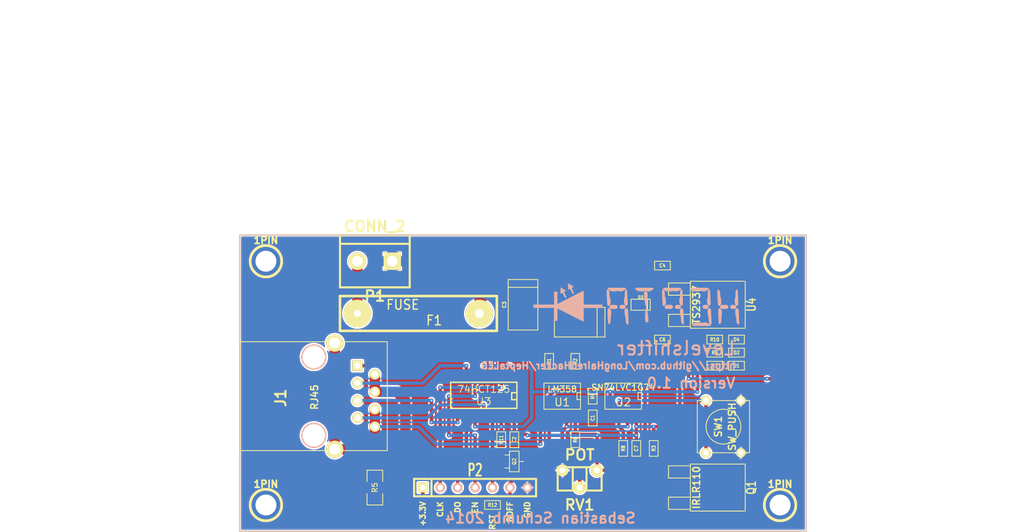
<source format=kicad_pcb>
(kicad_pcb (version 3) (host pcbnew "(2013-may-18)-stable")
  (layers (15 F.Cu signal) (0 B.Cu signal) (18 B.Paste user) (19 F.Paste user) (20 B.SilkS user) (21 F.SilkS user) (22 B.Mask user) (23 F.Mask user) (28 Edge.Cuts user))
  (net 0 "")
  (net 1 +24V)
  (net 2 +3.3V)
  (net 3 +5V)
  (net 4 3.3_Clock)
  (net 5 3.3_Data_Out)
  (net 6 3.3_Enable)
  (net 7 3.3_Reset)
  (net 8 BusOff)
  (net 9 Clock)
  (net 10 Data_Out)
  (net 11 Enable)
  (net 12 GND)
  (net 13 N-0000010)
  (net 14 N-0000011)
  (net 15 N-0000012)
  (net 16 N-0000013)
  (net 17 N-0000016)
  (net 18 N-0000018)
  (net 19 N-0000020)
  (net 20 N-0000022)
  (net 21 N-0000023)
  (net 22 N-0000024)
  (net 23 N-0000027)
  (net 24 N-0000028)
  (net 25 PowerOn)
  (net 26 Reset)
  (net 27 Sense)
  (net 28 Shutdown)
  (module trimmer_piher_pt6xh (layer F.Cu) (at 168.275 80.01)
    (fp_text reference RV1 (at 0 3.79984) (layer F.SilkS) (effects (font (size 1.524 1.524) (thickness 0.3048))))
    (fp_text value POT (at 0 -3.50012) (layer F.SilkS) (effects (font (size 1.524 1.524) (thickness 0.3048))))
    (pad 1 thru_hole circle (at 2.49936 -1.24968) (size 1.75006 1.75006) (drill 0.89916) (layers *.Cu *.Mask F.SilkS) (net 3 +5V))
    (pad 2 thru_hole circle (at 0 1.24968) (size 1.75006 1.75006) (drill 0.89916) (layers *.Cu *.Mask F.SilkS) (net 15 N-0000012))
    (pad 3 thru_hole circle (at -2.49936 -1.24968) (size 1.75006 1.75006) (drill 0.89916) (layers *.Cu *.Mask F.SilkS) (net 12 GND))
  )
  (module SW_PUSH_SMALL (layer F.Cu) (at 189.23 72.39 90)
    (fp_text reference SW1 (at 0 -0.762 90) (layer F.SilkS) (effects (font (size 1.016 1.016) (thickness 0.2032))))
    (fp_text value SW_PUSH (at 0 1.27 90) (layer F.SilkS) (effects (font (size 1.016 1.016) (thickness 0.2032))))
    (pad 1 thru_hole circle (at 3.81 -2.54 90) (size 1.397 1.397) (drill 0.8128) (layers *.Cu *.Mask F.SilkS) (net 22 N-0000024))
    (pad 2 thru_hole circle (at 3.81 2.54 90) (size 1.397 1.397) (drill 0.8128) (layers *.Cu *.Mask F.SilkS) (net 12 GND))
    (pad 1 thru_hole circle (at -3.81 -2.54 90) (size 1.397 1.397) (drill 0.8128) (layers *.Cu *.Mask F.SilkS) (net 22 N-0000024))
    (pad 2 thru_hole circle (at -3.81 2.54 90) (size 1.397 1.397) (drill 0.8128) (layers *.Cu *.Mask F.SilkS) (net 12 GND))
  )
  (module sot23 (layer F.Cu) (at 158.75 77.47 270)
    (fp_text reference Q2 (at 0 0 270) (layer F.SilkS) (effects (font (size 0.50038 0.50038) (thickness 0.09906))))
    (fp_text value NDS355 hide)
    (pad 1 smd rect (at -0.9525 1.05664 270) (size 0.59944 1.00076) (layers F.Cu F.Paste F.Mask) (net 18 N-0000018))
    (pad 2 smd rect (at 0 -1.05664 270) (size 0.59944 1.00076) (layers F.Cu F.Paste F.Mask) (net 17 N-0000016))
    (pad 3 smd rect (at 0.9525 1.05664 270) (size 0.59944 1.00076) (layers F.Cu F.Paste F.Mask) (net 12 GND))
  )
  (module sod123 (layer F.Cu) (at 177.165 54.61)
    (fp_text reference D3 (at 0 -1.09982) (layer F.SilkS) (effects (font (size 0.39878 0.39878) (thickness 0.09906))))
    (fp_text value BAT42W hide)
    (pad 2 smd rect (at 1.67386 0) (size 0.8509 0.8509) (layers F.Cu F.Paste F.Mask) (net 1 +24V))
    (pad 1 smd rect (at -1.67386 0) (size 0.8509 0.8509) (layers F.Cu F.Paste F.Mask) (net 3 +5V))
  )
  (module SO8E (layer F.Cu) (at 174.625 67.945 180)
    (fp_text reference U2 (at 0 -0.889 180) (layer F.SilkS) (effects (font (size 1.143 1.143) (thickness 0.1524))))
    (fp_text value SN74LVC1G74 (at 0 1.27 180) (layer F.SilkS) (effects (font (size 0.889 0.889) (thickness 0.1524))))
    (pad 8 smd rect (at -1.905 -2.667 180) (size 0.59944 1.39954) (layers F.Cu F.Paste F.Mask) (net 3 +5V))
    (pad 1 smd rect (at -1.905 2.667 180) (size 0.59944 1.39954) (layers F.Cu F.Paste F.Mask) (net 12 GND))
    (pad 7 smd rect (at -0.635 -2.667 180) (size 0.59944 1.39954) (layers F.Cu F.Paste F.Mask) (net 28 Shutdown))
    (pad 6 smd rect (at 0.635 -2.667 180) (size 0.59944 1.39954) (layers F.Cu F.Paste F.Mask) (net 22 N-0000024))
    (pad 5 smd rect (at 1.905 -2.667 180) (size 0.59944 1.39954) (layers F.Cu F.Paste F.Mask) (net 8 BusOff))
    (pad 2 smd rect (at -0.635 2.667 180) (size 0.59944 1.39954) (layers F.Cu F.Paste F.Mask) (net 12 GND))
    (pad 3 smd rect (at 0.635 2.667 180) (size 0.59944 1.39954) (layers F.Cu F.Paste F.Mask) (net 25 PowerOn))
    (pad 4 smd rect (at 1.905 2.667 180) (size 0.59944 1.39954) (layers F.Cu F.Paste F.Mask) (net 12 GND))
  )
  (module SO8E (layer F.Cu) (at 165.735 67.945 180)
    (fp_text reference U1 (at 0 -0.889 180) (layer F.SilkS) (effects (font (size 1.143 1.143) (thickness 0.1524))))
    (fp_text value LM358 (at 0 1.016 180) (layer F.SilkS) (effects (font (size 0.889 0.889) (thickness 0.1524))))
    (pad 8 smd rect (at -1.905 -2.667 180) (size 0.59944 1.39954) (layers F.Cu F.Paste F.Mask) (net 3 +5V))
    (pad 1 smd rect (at -1.905 2.667 180) (size 0.59944 1.39954) (layers F.Cu F.Paste F.Mask) (net 21 N-0000023))
    (pad 7 smd rect (at -0.635 -2.667 180) (size 0.59944 1.39954) (layers F.Cu F.Paste F.Mask) (net 28 Shutdown))
    (pad 6 smd rect (at 0.635 -2.667 180) (size 0.59944 1.39954) (layers F.Cu F.Paste F.Mask) (net 20 N-0000022))
    (pad 5 smd rect (at 1.905 -2.667 180) (size 0.59944 1.39954) (layers F.Cu F.Paste F.Mask) (net 15 N-0000012))
    (pad 2 smd rect (at -0.635 2.667 180) (size 0.59944 1.39954) (layers F.Cu F.Paste F.Mask) (net 16 N-0000013))
    (pad 3 smd rect (at 0.635 2.667 180) (size 0.59944 1.39954) (layers F.Cu F.Paste F.Mask) (net 27 Sense))
    (pad 4 smd rect (at 1.905 2.667 180) (size 0.59944 1.39954) (layers F.Cu F.Paste F.Mask) (net 12 GND))
  )
  (module SM1206 (layer F.Cu) (at 138.43 81.28 270)
    (fp_text reference R5 (at 0 0 270) (layer F.SilkS) (effects (font (size 0.762 0.762) (thickness 0.127))))
    (fp_text value 0.05 hide)
    (pad 1 smd rect (at -1.651 0 270) (size 1.524 2.032) (layers F.Cu F.Paste F.Mask) (net 27 Sense))
    (pad 2 smd rect (at 1.651 0 270) (size 1.524 2.032) (layers F.Cu F.Paste F.Mask) (net 12 GND))
  )
  (module SM0603 (layer F.Cu) (at 191.135 63.5)
    (fp_text reference D1 (at 0 0) (layer F.SilkS) (effects (font (size 0.508 0.4572) (thickness 0.1143))))
    (fp_text value LED hide)
    (pad 1 smd rect (at -0.762 0) (size 0.635 1.143) (layers F.Cu F.Paste F.Mask) (net 19 N-0000020))
    (pad 2 smd rect (at 0.762 0) (size 0.635 1.143) (layers F.Cu F.Paste F.Mask) (net 12 GND))
  )
  (module SM0603 (layer F.Cu) (at 174.625 75.565 270)
    (fp_text reference R8 (at 0 0 270) (layer F.SilkS) (effects (font (size 0.508 0.4572) (thickness 0.1143))))
    (fp_text value 1k hide)
    (pad 1 smd rect (at -0.762 0 270) (size 0.635 1.143) (layers F.Cu F.Paste F.Mask) (net 22 N-0000024))
    (pad 2 smd rect (at 0.762 0 270) (size 0.635 1.143) (layers F.Cu F.Paste F.Mask) (net 3 +5V))
  )
  (module SM0603 (layer F.Cu) (at 167.64 74.295 270)
    (fp_text reference R6 (at 0 0 270) (layer F.SilkS) (effects (font (size 0.508 0.4572) (thickness 0.1143))))
    (fp_text value 1k hide)
    (pad 1 smd rect (at -0.762 0 270) (size 0.635 1.143) (layers F.Cu F.Paste F.Mask) (net 3 +5V))
    (pad 2 smd rect (at 0.762 0 270) (size 0.635 1.143) (layers F.Cu F.Paste F.Mask) (net 28 Shutdown))
  )
  (module SM0603 (layer F.Cu) (at 179.07 75.565 270)
    (fp_text reference R3 (at 0 0 270) (layer F.SilkS) (effects (font (size 0.508 0.4572) (thickness 0.1143))))
    (fp_text value 1k hide)
    (pad 1 smd rect (at -0.762 0 270) (size 0.635 1.143) (layers F.Cu F.Paste F.Mask) (net 3 +5V))
    (pad 2 smd rect (at 0.762 0 270) (size 0.635 1.143) (layers F.Cu F.Paste F.Mask) (net 25 PowerOn))
  )
  (module SM0603 (layer F.Cu) (at 187.96 63.5)
    (fp_text reference R7 (at 0 0) (layer F.SilkS) (effects (font (size 0.508 0.4572) (thickness 0.1143))))
    (fp_text value 1k hide)
    (pad 1 smd rect (at -0.762 0) (size 0.635 1.143) (layers F.Cu F.Paste F.Mask) (net 8 BusOff))
    (pad 2 smd rect (at 0.762 0) (size 0.635 1.143) (layers F.Cu F.Paste F.Mask) (net 19 N-0000020))
  )
  (module SM0603 (layer F.Cu) (at 167.64 62.865 270)
    (fp_text reference R2 (at 0 0 270) (layer F.SilkS) (effects (font (size 0.508 0.4572) (thickness 0.1143))))
    (fp_text value 90k hide)
    (pad 1 smd rect (at -0.762 0 270) (size 0.635 1.143) (layers F.Cu F.Paste F.Mask) (net 16 N-0000013))
    (pad 2 smd rect (at 0.762 0 270) (size 0.635 1.143) (layers F.Cu F.Paste F.Mask) (net 21 N-0000023))
  )
  (module SM0603 (layer F.Cu) (at 158.75 74.295 270)
    (fp_text reference C2 (at 0 0 270) (layer F.SilkS) (effects (font (size 0.508 0.4572) (thickness 0.1143))))
    (fp_text value 100nf hide)
    (pad 1 smd rect (at -0.762 0 270) (size 0.635 1.143) (layers F.Cu F.Paste F.Mask) (net 3 +5V))
    (pad 2 smd rect (at 0.762 0 270) (size 0.635 1.143) (layers F.Cu F.Paste F.Mask) (net 12 GND))
  )
  (module SM0603 (layer F.Cu) (at 170.18 67.945 270)
    (fp_text reference R4 (at 0 0 270) (layer F.SilkS) (effects (font (size 0.508 0.4572) (thickness 0.1143))))
    (fp_text value 100k hide)
    (pad 1 smd rect (at -0.762 0 270) (size 0.635 1.143) (layers F.Cu F.Paste F.Mask) (net 21 N-0000023))
    (pad 2 smd rect (at 0.762 0 270) (size 0.635 1.143) (layers F.Cu F.Paste F.Mask) (net 20 N-0000022))
  )
  (module SM0603 (layer F.Cu) (at 170.18 71.12 270)
    (fp_text reference C1 (at 0 0 270) (layer F.SilkS) (effects (font (size 0.508 0.4572) (thickness 0.1143))))
    (fp_text value 100n hide)
    (pad 1 smd rect (at -0.762 0 270) (size 0.635 1.143) (layers F.Cu F.Paste F.Mask) (net 20 N-0000022))
    (pad 2 smd rect (at 0.762 0 270) (size 0.635 1.143) (layers F.Cu F.Paste F.Mask) (net 12 GND))
  )
  (module SM0603 (layer F.Cu) (at 176.53 75.565 270)
    (fp_text reference C7 (at 0 0 270) (layer F.SilkS) (effects (font (size 0.508 0.4572) (thickness 0.1143))))
    (fp_text value 100nf hide)
    (pad 1 smd rect (at -0.762 0 270) (size 0.635 1.143) (layers F.Cu F.Paste F.Mask) (net 3 +5V))
    (pad 2 smd rect (at 0.762 0 270) (size 0.635 1.143) (layers F.Cu F.Paste F.Mask) (net 12 GND))
  )
  (module SM0603 (layer F.Cu) (at 155.575 83.82)
    (fp_text reference R12 (at 0 0) (layer F.SilkS) (effects (font (size 0.508 0.4572) (thickness 0.1143))))
    (fp_text value 1k hide)
    (pad 1 smd rect (at -0.762 0) (size 0.635 1.143) (layers F.Cu F.Paste F.Mask) (net 2 +3.3V))
    (pad 2 smd rect (at 0.762 0) (size 0.635 1.143) (layers F.Cu F.Paste F.Mask) (net 17 N-0000016))
  )
  (module SM0603 (layer F.Cu) (at 156.845 74.295 270)
    (fp_text reference R11 (at 0 0 270) (layer F.SilkS) (effects (font (size 0.508 0.4572) (thickness 0.1143))))
    (fp_text value 1k hide)
    (pad 1 smd rect (at -0.762 0 270) (size 0.635 1.143) (layers F.Cu F.Paste F.Mask) (net 8 BusOff))
    (pad 2 smd rect (at 0.762 0 270) (size 0.635 1.143) (layers F.Cu F.Paste F.Mask) (net 18 N-0000018))
  )
  (module SM0603 (layer F.Cu) (at 180.34 48.895 180)
    (fp_text reference C4 (at 0 0 180) (layer F.SilkS) (effects (font (size 0.508 0.4572) (thickness 0.1143))))
    (fp_text value 100nF hide)
    (pad 1 smd rect (at -0.762 0 180) (size 0.635 1.143) (layers F.Cu F.Paste F.Mask) (net 1 +24V))
    (pad 2 smd rect (at 0.762 0 180) (size 0.635 1.143) (layers F.Cu F.Paste F.Mask) (net 12 GND))
  )
  (module SM0603 (layer F.Cu) (at 163.83 62.865 270)
    (fp_text reference R1 (at 0 0 270) (layer F.SilkS) (effects (font (size 0.508 0.4572) (thickness 0.1143))))
    (fp_text value 10k hide)
    (pad 1 smd rect (at -0.762 0 270) (size 0.635 1.143) (layers F.Cu F.Paste F.Mask) (net 16 N-0000013))
    (pad 2 smd rect (at 0.762 0 270) (size 0.635 1.143) (layers F.Cu F.Paste F.Mask) (net 12 GND))
  )
  (module SM0603 (layer F.Cu) (at 191.135 61.595)
    (fp_text reference D2 (at 0 0) (layer F.SilkS) (effects (font (size 0.508 0.4572) (thickness 0.1143))))
    (fp_text value LED hide)
    (pad 1 smd rect (at -0.762 0) (size 0.635 1.143) (layers F.Cu F.Paste F.Mask) (net 24 N-0000028))
    (pad 2 smd rect (at 0.762 0) (size 0.635 1.143) (layers F.Cu F.Paste F.Mask) (net 12 GND))
  )
  (module SM0603 (layer F.Cu) (at 187.96 61.595)
    (fp_text reference R9 (at 0 0) (layer F.SilkS) (effects (font (size 0.508 0.4572) (thickness 0.1143))))
    (fp_text value 1k hide)
    (pad 1 smd rect (at -0.762 0) (size 0.635 1.143) (layers F.Cu F.Paste F.Mask) (net 1 +24V))
    (pad 2 smd rect (at 0.762 0) (size 0.635 1.143) (layers F.Cu F.Paste F.Mask) (net 24 N-0000028))
  )
  (module SM0603 (layer F.Cu) (at 191.135 59.69)
    (fp_text reference D4 (at 0 0) (layer F.SilkS) (effects (font (size 0.508 0.4572) (thickness 0.1143))))
    (fp_text value LED hide)
    (pad 1 smd rect (at -0.762 0) (size 0.635 1.143) (layers F.Cu F.Paste F.Mask) (net 14 N-0000011))
    (pad 2 smd rect (at 0.762 0) (size 0.635 1.143) (layers F.Cu F.Paste F.Mask) (net 12 GND))
  )
  (module SM0603 (layer F.Cu) (at 187.96 59.69)
    (fp_text reference R10 (at 0 0) (layer F.SilkS) (effects (font (size 0.508 0.4572) (thickness 0.1143))))
    (fp_text value 1k hide)
    (pad 1 smd rect (at -0.762 0) (size 0.635 1.143) (layers F.Cu F.Paste F.Mask) (net 3 +5V))
    (pad 2 smd rect (at 0.762 0) (size 0.635 1.143) (layers F.Cu F.Paste F.Mask) (net 14 N-0000011))
  )
  (module SM0603 (layer F.Cu) (at 180.34 59.69 180)
    (fp_text reference C6 (at 0 0 180) (layer F.SilkS) (effects (font (size 0.508 0.4572) (thickness 0.1143))))
    (fp_text value 100nF hide)
    (pad 1 smd rect (at -0.762 0 180) (size 0.635 1.143) (layers F.Cu F.Paste F.Mask) (net 3 +5V))
    (pad 2 smd rect (at 0.762 0 180) (size 0.635 1.143) (layers F.Cu F.Paste F.Mask) (net 12 GND))
  )
  (module RJ45_MEBP_8-8G (layer F.Cu) (at 129.54 67.945 270)
    (fp_text reference J1 (at 0.254 4.826 270) (layer F.SilkS) (effects (font (size 1.524 1.524) (thickness 0.3048))))
    (fp_text value RJ45 (at 0.14224 -0.1016 270) (layer F.SilkS) (effects (font (size 1.00076 1.00076) (thickness 0.2032))))
    (pad "" np_thru_hole circle (at 5.715 0 270) (size 3.64998 3.64998) (drill 3.2512) (layers *.Cu *.SilkS *.Mask))
    (pad "" np_thru_hole circle (at -5.715 0 270) (size 3.64998 3.64998) (drill 3.2512) (layers *.Cu *.SilkS *.Mask))
    (pad 1 thru_hole rect (at -4.445 -6.35 270) (size 1.50114 1.50114) (drill 0.89916) (layers *.Cu *.Mask F.SilkS) (net 9 Clock))
    (pad 2 thru_hole circle (at -3.175 -8.89 270) (size 1.50114 1.50114) (drill 0.89916) (layers *.Cu *.Mask F.SilkS) (net 23 N-0000027))
    (pad 3 thru_hole circle (at -1.905 -6.35 270) (size 1.50114 1.50114) (drill 0.89916) (layers *.Cu *.Mask F.SilkS) (net 11 Enable))
    (pad 4 thru_hole circle (at -0.635 -8.89 270) (size 1.50114 1.50114) (drill 0.89916) (layers *.Cu *.Mask F.SilkS) (net 23 N-0000027))
    (pad 5 thru_hole circle (at 0.635 -6.35 270) (size 1.50114 1.50114) (drill 0.89916) (layers *.Cu *.Mask F.SilkS) (net 10 Data_Out))
    (pad 6 thru_hole circle (at 1.905 -8.89 270) (size 1.50114 1.50114) (drill 0.89916) (layers *.Cu *.Mask F.SilkS) (net 27 Sense))
    (pad 7 thru_hole circle (at 3.175 -6.35 270) (size 1.50114 1.50114) (drill 0.89916) (layers *.Cu *.Mask F.SilkS) (net 26 Reset))
    (pad 8 thru_hole circle (at 4.445 -8.89 270) (size 1.50114 1.50114) (drill 0.89916) (layers *.Cu *.Mask F.SilkS) (net 27 Sense))
    (pad 9 thru_hole circle (at -7.745 -3.05 270) (size 2.5 2.5) (drill 1.6) (layers *.Cu *.Mask F.SilkS) (net 27 Sense))
    (pad 10 thru_hole circle (at 7.747 -3.05 270) (size 2.5 2.5) (drill 1.6) (layers *.Cu *.Mask F.SilkS) (net 27 Sense))
  )
  (module fuse1 (layer F.Cu) (at 144.78 55.88)
    (fp_text reference F1 (at 2.286 1.016) (layer F.SilkS) (effects (font (size 1.397 1.27) (thickness 0.2032))))
    (fp_text value FUSE (at -2.286 -1.27) (layer F.SilkS) (effects (font (size 1.397 1.27) (thickness 0.2032))))
    (pad 1 thru_hole circle (at -8.89 0) (size 4.0005 4.0005) (drill 1.00076) (layers *.Cu *.Mask F.SilkS) (net 13 N-0000010))
    (pad 2 thru_hole circle (at 8.89 0) (size 4.0005 4.0005) (drill 1.27) (layers *.Cu *.Mask F.SilkS) (net 1 +24V))
  )
  (module DPAK2 (layer F.Cu) (at 182.88 54.61 270)
    (fp_text reference U4 (at 0 -10.414 270) (layer F.SilkS) (effects (font (size 1.27 1.016) (thickness 0.2032))))
    (fp_text value TS2937 (at 0 -2.413 270) (layer F.SilkS) (effects (font (size 1.016 1.016) (thickness 0.2032))))
    (pad 1 smd rect (at -2.286 0 270) (size 1.651 3.048) (layers F.Cu F.Paste F.Mask) (net 1 +24V))
    (pad 2 smd rect (at 0 -6.35 270) (size 6.096 6.096) (layers F.Cu F.Paste F.Mask) (net 12 GND))
    (pad 3 smd rect (at 2.286 0 270) (size 1.651 3.048) (layers F.Cu F.Paste F.Mask) (net 3 +5V))
  )
  (module c_tant_D (layer F.Cu) (at 168.275 57.15)
    (fp_text reference C5 (at 0 -2.7305) (layer F.SilkS) (effects (font (size 0.50038 0.50038) (thickness 0.11938))))
    (fp_text value 10uF hide)
    (pad 1 smd rect (at 2.99974 0) (size 2.55016 2.70002) (layers F.Cu F.Paste F.Mask) (net 3 +5V))
    (pad 2 smd rect (at -2.99974 0) (size 2.55016 3.79984) (layers F.Cu F.Paste F.Mask) (net 12 GND))
  )
  (module c_tant_D (layer F.Cu) (at 160.02 54.61 90)
    (fp_text reference C3 (at 0 -2.7305 90) (layer F.SilkS) (effects (font (size 0.50038 0.50038) (thickness 0.11938))))
    (fp_text value 10uF hide)
    (pad 1 smd rect (at 2.99974 0 90) (size 2.55016 2.70002) (layers F.Cu F.Paste F.Mask) (net 1 +24V))
    (pad 2 smd rect (at -2.99974 0 90) (size 2.55016 3.79984) (layers F.Cu F.Paste F.Mask) (net 12 GND))
  )
  (module bornier2 (layer F.Cu) (at 138.43 48.26 180)
    (fp_text reference P1 (at 0 -5.08 180) (layer F.SilkS) (effects (font (size 1.524 1.524) (thickness 0.3048))))
    (fp_text value CONN_2 (at 0 5.08 180) (layer F.SilkS) (effects (font (size 1.524 1.524) (thickness 0.3048))))
    (pad 1 thru_hole rect (at -2.54 0 180) (size 2.54 2.54) (drill 1.524) (layers *.Cu *.Mask F.SilkS) (net 12 GND))
    (pad 2 thru_hole circle (at 2.54 0 180) (size 2.54 2.54) (drill 1.524) (layers *.Cu *.Mask F.SilkS) (net 13 N-0000010))
  )
  (module SO14E (layer F.Cu) (at 154.305 67.945 180)
    (fp_text reference U3 (at 0 -0.762 180) (layer F.SilkS) (effects (font (size 1.016 1.143) (thickness 0.127))))
    (fp_text value 74HCT125 (at 0 1.016 180) (layer F.SilkS) (effects (font (size 1.016 1.016) (thickness 0.127))))
    (pad 1 smd rect (at -3.81 2.794 180) (size 0.508 1.143) (layers F.Cu F.Paste F.Mask) (net 8 BusOff))
    (pad 2 smd rect (at -2.54 2.794 180) (size 0.508 1.143) (layers F.Cu F.Paste F.Mask) (net 4 3.3_Clock))
    (pad 3 smd rect (at -1.27 2.794 180) (size 0.508 1.143) (layers F.Cu F.Paste F.Mask) (net 9 Clock))
    (pad 4 smd rect (at 0 2.794 180) (size 0.508 1.143) (layers F.Cu F.Paste F.Mask) (net 8 BusOff))
    (pad 5 smd rect (at 1.27 2.794 180) (size 0.508 1.143) (layers F.Cu F.Paste F.Mask) (net 6 3.3_Enable))
    (pad 6 smd rect (at 2.54 2.794 180) (size 0.508 1.143) (layers F.Cu F.Paste F.Mask) (net 11 Enable))
    (pad 7 smd rect (at 3.81 2.794 180) (size 0.508 1.143) (layers F.Cu F.Paste F.Mask) (net 12 GND))
    (pad 8 smd rect (at 3.81 -2.54 180) (size 0.508 1.143) (layers F.Cu F.Paste F.Mask) (net 10 Data_Out))
    (pad 9 smd rect (at 2.54 -2.54 180) (size 0.508 1.143) (layers F.Cu F.Paste F.Mask) (net 5 3.3_Data_Out))
    (pad 10 smd rect (at 1.27 -2.54 180) (size 0.508 1.143) (layers F.Cu F.Paste F.Mask) (net 8 BusOff))
    (pad 11 smd rect (at 0 -2.54 180) (size 0.508 1.143) (layers F.Cu F.Paste F.Mask) (net 26 Reset))
    (pad 12 smd rect (at -1.27 -2.54 180) (size 0.508 1.143) (layers F.Cu F.Paste F.Mask) (net 7 3.3_Reset))
    (pad 13 smd rect (at -2.54 -2.54 180) (size 0.508 1.143) (layers F.Cu F.Paste F.Mask) (net 8 BusOff))
    (pad 14 smd rect (at -3.81 -2.54 180) (size 0.508 1.143) (layers F.Cu F.Paste F.Mask) (net 3 +5V))
  )
  (module DPAK2 (layer F.Cu) (at 182.88 81.28 270)
    (fp_text reference Q1 (at 0 -10.414 270) (layer F.SilkS) (effects (font (size 1.27 1.016) (thickness 0.2032))))
    (fp_text value IRLR110 (at 0 -2.413 270) (layer F.SilkS) (effects (font (size 1.016 1.016) (thickness 0.2032))))
    (pad 1 smd rect (at -2.286 0 270) (size 1.651 3.048) (layers F.Cu F.Paste F.Mask) (net 25 PowerOn))
    (pad 2 smd rect (at 0 -6.35 270) (size 6.096 6.096) (layers F.Cu F.Paste F.Mask) (net 1 +24V))
    (pad 3 smd rect (at 2.286 0 270) (size 1.651 3.048) (layers F.Cu F.Paste F.Mask) (net 23 N-0000027))
  )
  (module SIL-7 (layer F.Cu) (at 153.035 81.28)
    (fp_text reference P2 (at 0 -2.54) (layer F.SilkS) (effects (font (size 1.72974 1.08712) (thickness 0.3048))))
    (fp_text value CONN_7 hide)
    (pad 1 thru_hole rect (at -7.62 0) (size 1.397 1.397) (drill 0.8128) (layers *.Cu *.Mask F.SilkS) (net 2 +3.3V))
    (pad 2 thru_hole circle (at -5.08 0) (size 1.397 1.397) (drill 0.8128) (layers *.Cu *.SilkS *.Mask) (net 4 3.3_Clock))
    (pad 3 thru_hole circle (at -2.54 0) (size 1.397 1.397) (drill 0.8128) (layers *.Cu *.SilkS *.Mask) (net 5 3.3_Data_Out))
    (pad 4 thru_hole circle (at 0 0) (size 1.397 1.397) (drill 0.8128) (layers *.Cu *.SilkS *.Mask) (net 6 3.3_Enable))
    (pad 5 thru_hole circle (at 2.54 0) (size 1.397 1.397) (drill 0.8128) (layers *.Cu *.SilkS *.Mask) (net 7 3.3_Reset))
    (pad 6 thru_hole circle (at 5.08 0) (size 1.397 1.397) (drill 0.8128) (layers *.Cu *.SilkS *.Mask) (net 17 N-0000016))
    (pad 7 thru_hole circle (at 7.62 0) (size 1.397 1.397) (drill 0.8128) (layers *.Cu *.SilkS *.Mask) (net 12 GND))
  )
  (module 1pin (layer F.Cu) (at 122.555 48.26)
    (fp_text reference 1PIN (at 0 -3.048) (layer F.SilkS) (effects (font (size 1.016 1.016) (thickness 0.254))))
    (fp_text value P*** hide)
    (pad 1 thru_hole circle (at 0 0) (size 4.5 4.5) (drill 3.048) (layers *.Cu *.Mask))
  )
  (module 1pin (layer F.Cu) (at 197.485 48.26)
    (fp_text reference 1PIN (at 0 -3.048) (layer F.SilkS) (effects (font (size 1.016 1.016) (thickness 0.254))))
    (fp_text value P*** hide)
    (pad 1 thru_hole circle (at 0 0) (size 4.5 4.5) (drill 3.048) (layers *.Cu *.Mask))
  )
  (module 1pin (layer F.Cu) (at 197.485 83.82)
    (fp_text reference 1PIN (at 0 -3.048) (layer F.SilkS) (effects (font (size 1.016 1.016) (thickness 0.254))))
    (fp_text value P*** hide)
    (pad 1 thru_hole circle (at 0 0) (size 4.5 4.5) (drill 3.048) (layers *.Cu *.Mask))
  )
  (module 1pin (layer F.Cu) (at 122.555 83.82)
    (fp_text reference 1PIN (at 0 -3.048) (layer F.SilkS) (effects (font (size 1.016 1.016) (thickness 0.254))))
    (fp_text value P*** hide)
    (pad 1 thru_hole circle (at 0 0) (size 4.5 4.5) (drill 3.048) (layers *.Cu *.Mask))
  )
  (module logo_silkbot_30_00mm (layer B.Cu) (at 176.53 54.61)
    (fp_text reference G*** hide)
    (fp_text value logo_silkbot_30_00mm hide)
  )
  (gr_text "Sebastian Schumb 2014" (at 162.56 85.725) (layer B.SilkS) (effects (font (size 1.5 1.5) (thickness 0.3)) (justify mirror)))
  (gr_text "Version 1.0" (at 191.135 66.04) (layer B.SilkS) (effects (font (size 1.5 1.5) (thickness 0.3)) (justify left mirror)))
  (gr_text Levelshifter (at 191.135 60.96) (layer B.SilkS) (effects (font (size 2 2) (thickness 0.3)) (justify left mirror)))
  (gr_text https://github.com/LongHairedHacker/HeptaLED (at 191.135 63.5) (layer B.SilkS) (effects (font (size 1 1) (thickness 0.25)) (justify left mirror)))
  (gr_line (start 118.745 87.63) (end 118.745 44.45) (angle 90) (layer B.SilkS) (width 0.2))
  (gr_line (start 201.295 87.63) (end 118.745 87.63) (angle 90) (layer B.SilkS) (width 0.2))
  (gr_line (start 201.295 44.45) (end 201.295 87.63) (angle 90) (layer B.SilkS) (width 0.2))
  (gr_line (start 118.745 44.45) (end 201.295 44.45) (angle 90) (layer B.SilkS) (width 0.2))
  (gr_line (start 118.745 44.45) (end 118.745 87.63) (angle 90) (layer F.SilkS) (width 0.2))
  (gr_line (start 201.295 44.45) (end 118.745 44.45) (angle 90) (layer F.SilkS) (width 0.2))
  (gr_line (start 201.295 87.63) (end 201.295 44.45) (angle 90) (layer F.SilkS) (width 0.2))
  (gr_line (start 118.745 87.63) (end 201.295 87.63) (angle 90) (layer F.SilkS) (width 0.2))
  (gr_text GND (at 160.655 83.185 90) (layer F.SilkS) (effects (font (size 0.8 0.8) (thickness 0.2)) (justify right)))
  (gr_text BOFF (at 158.115 83.185 90) (layer F.SilkS) (effects (font (size 0.8 0.8) (thickness 0.2)) (justify right)))
  (gr_text RST (at 155.575 85.09 90) (layer F.SilkS) (effects (font (size 0.8 0.8) (thickness 0.2)) (justify right)))
  (gr_text EN (at 153.035 83.185 90) (layer F.SilkS) (effects (font (size 0.8 0.9) (thickness 0.2)) (justify right)))
  (gr_text DO (at 150.495 83.185 90) (layer F.SilkS) (effects (font (size 0.8 0.8) (thickness 0.2)) (justify right)))
  (gr_text CLK (at 147.955 83.185 90) (layer F.SilkS) (effects (font (size 0.8 0.8) (thickness 0.2)) (justify right)))
  (gr_text +3.3V (at 145.415 83.185 90) (layer F.SilkS) (effects (font (size 0.8 0.8) (thickness 0.2)) (justify right)))
  (gr_line (start 118.745 87.63) (end 201.295 87.63) (angle 90) (layer Edge.Cuts) (width 0.1))
  (gr_line (start 118.745 44.45) (end 201.295 44.45) (angle 90) (layer Edge.Cuts) (width 0.1))
  (gr_line (start 201.295 44.45) (end 201.295 87.63) (angle 90) (layer Edge.Cuts) (width 0.1))
  (gr_line (start 201.295 87.63) (end 201.295 74.93) (angle 90) (layer Edge.Cuts) (width 0.1))
  (gr_line (start 118.745 44.45) (end 118.745 87.63) (angle 90) (layer Edge.Cuts) (width 0.1))
  (target plus (at 233.045 10.16) (size 0.005) (width 0.1) (layer Edge.Cuts))
  (target plus (at 233.045 10.16) (size 0.005) (width 0.1) (layer Edge.Cuts))
  (segment (start 181.102 48.895) (end 182.88 48.895) (width 0.5) (layer F.Cu) (net 1))
  (segment (start 160.02 51.61026) (end 156.03474 51.61026) (width 1.5) (layer F.Cu) (net 1))
  (segment (start 153.67 53.975) (end 155.575 52.07) (width 1.5) (layer F.Cu) (net 1))
  (segment (start 153.67 53.975) (end 153.67 55.88) (width 1.5) (layer F.Cu) (net 1))
  (segment (start 156.03474 51.61026) (end 155.575 52.07) (width 1.5) (layer F.Cu) (net 1))
  (via (at 184.15 65.405) (size 0.6) (drill 0.2) (layers F.Cu B.Cu) (net 1))
  (segment (start 195.58 65.405) (end 184.15 65.405) (width 0.5) (layer B.Cu) (net 1))
  (segment (start 195.58 65.405) (end 195.58 65.405) (width 0.5) (layer F.Cu) (net 1))
  (segment (start 197.485 65.405) (end 195.58 65.405) (width 0.5) (layer F.Cu) (net 1))
  (via (at 195.58 65.405) (size 0.6) (drill 0.2) (layers F.Cu B.Cu) (net 1))
  (segment (start 185.42 61.595) (end 187.198 61.595) (width 0.5) (layer F.Cu) (net 1))
  (segment (start 184.15 62.865) (end 185.42 61.595) (width 0.5) (layer F.Cu) (net 1))
  (segment (start 184.15 62.865) (end 184.15 62.865) (width 0.5) (layer F.Cu) (net 1))
  (segment (start 184.15 65.405) (end 184.15 62.865) (width 0.5) (layer F.Cu) (net 1))
  (segment (start 197.485 53.975) (end 192.405 48.895) (width 1.5) (layer F.Cu) (net 1))
  (segment (start 193.675 81.28) (end 197.485 77.47) (width 1.5) (layer F.Cu) (net 1))
  (segment (start 189.23 81.28) (end 193.675 81.28) (width 1.5) (layer F.Cu) (net 1))
  (segment (start 197.485 53.975) (end 197.485 65.405) (width 1.5) (layer F.Cu) (net 1))
  (segment (start 197.485 65.405) (end 197.485 77.47) (width 1.5) (layer F.Cu) (net 1))
  (segment (start 182.88 50.165) (end 182.88 49.53) (width 1.5) (layer F.Cu) (net 1))
  (segment (start 182.88 49.53) (end 182.88 48.895) (width 1.5) (layer F.Cu) (net 1))
  (segment (start 182.88 50.165) (end 182.88 52.324) (width 1.5) (layer F.Cu) (net 1))
  (segment (start 192.405 48.895) (end 182.88 48.895) (width 1.5) (layer F.Cu) (net 1))
  (segment (start 178.83886 52.324) (end 178.12512 51.61026) (width 1.5) (layer F.Cu) (net 1))
  (segment (start 178.12512 51.61026) (end 160.02 51.61026) (width 1.5) (layer F.Cu) (net 1))
  (segment (start 178.83886 54.61) (end 178.83886 52.324) (width 0.5) (layer F.Cu) (net 1))
  (segment (start 179.07 52.705) (end 179.07 52.324) (width 0.5) (layer F.Cu) (net 1))
  (segment (start 179.07 52.55514) (end 179.07 52.705) (width 0.5) (layer F.Cu) (net 1))
  (segment (start 178.83886 52.324) (end 179.07 52.55514) (width 0.5) (layer F.Cu) (net 1))
  (segment (start 179.07 52.324) (end 182.88 52.324) (width 1.5) (layer F.Cu) (net 1))
  (segment (start 145.415 81.28) (end 145.415 83.185) (width 0.5) (layer F.Cu) (net 2))
  (segment (start 146.05 83.82) (end 145.415 83.185) (width 0.5) (layer F.Cu) (net 2))
  (segment (start 146.05 83.82) (end 154.813 83.82) (width 0.5) (layer F.Cu) (net 2))
  (segment (start 170.815 73.66) (end 160.655 73.66) (width 0.5) (layer B.Cu) (net 3))
  (segment (start 160.655 73.66) (end 160.528 73.533) (width 0.5) (layer F.Cu) (net 3))
  (segment (start 160.528 73.533) (end 158.75 73.533) (width 0.5) (layer F.Cu) (net 3))
  (via (at 160.655 73.66) (size 0.6) (drill 0.2) (layers F.Cu B.Cu) (net 3))
  (segment (start 174.625 76.327) (end 174.625 77.47) (width 0.5) (layer F.Cu) (net 3))
  (segment (start 170.79468 78.74) (end 173.355 78.74) (width 0.5) (layer F.Cu) (net 3))
  (segment (start 173.355 78.74) (end 174.625 77.47) (width 0.5) (layer F.Cu) (net 3))
  (segment (start 170.79468 78.74) (end 170.77436 78.76032) (width 0.5) (layer F.Cu) (net 3))
  (via (at 176.53 73.66) (size 0.6) (drill 0.2) (layers F.Cu B.Cu) (net 3))
  (via (at 170.815 73.66) (size 0.6) (drill 0.2) (layers F.Cu B.Cu) (net 3))
  (segment (start 170.815 73.66) (end 176.53 73.66) (width 0.5) (layer B.Cu) (net 3))
  (segment (start 176.53 74.803) (end 176.53 73.66) (width 0.5) (layer F.Cu) (net 3))
  (segment (start 176.53 73.66) (end 176.53 72.39) (width 0.5) (layer F.Cu) (net 3))
  (segment (start 170.815 73.66) (end 170.688 73.533) (width 0.5) (layer F.Cu) (net 3))
  (segment (start 170.815 78.71968) (end 170.815 74.295) (width 0.5) (layer F.Cu) (net 3))
  (segment (start 170.815 74.295) (end 170.815 73.66) (width 0.5) (layer F.Cu) (net 3))
  (segment (start 170.77436 78.76032) (end 170.815 78.71968) (width 0.5) (layer F.Cu) (net 3))
  (segment (start 170.688 73.533) (end 167.64 73.533) (width 0.5) (layer F.Cu) (net 3))
  (segment (start 158.115 70.485) (end 158.115 71.12) (width 0.5) (layer F.Cu) (net 3))
  (segment (start 158.75 71.755) (end 158.75 73.533) (width 0.5) (layer F.Cu) (net 3))
  (segment (start 158.115 71.12) (end 158.75 71.755) (width 0.5) (layer F.Cu) (net 3))
  (segment (start 182.88 59.69) (end 187.198 59.69) (width 0.5) (layer F.Cu) (net 3))
  (segment (start 179.07 72.39) (end 182.245 72.39) (width 0.5) (layer F.Cu) (net 3))
  (segment (start 182.245 72.39) (end 182.88 71.755) (width 0.5) (layer F.Cu) (net 3))
  (via (at 179.07 72.39) (size 0.6) (drill 0.2) (layers F.Cu B.Cu) (net 3))
  (via (at 176.53 72.39) (size 0.6) (drill 0.2) (layers F.Cu B.Cu) (net 3))
  (segment (start 176.53 72.39) (end 179.07 72.39) (width 0.5) (layer B.Cu) (net 3))
  (segment (start 179.07 72.39) (end 179.07 74.803) (width 0.5) (layer F.Cu) (net 3))
  (segment (start 182.88 71.755) (end 182.88 71.755) (width 0.5) (layer F.Cu) (net 3))
  (segment (start 182.88 71.755) (end 182.88 59.69) (width 0.5) (layer F.Cu) (net 3))
  (segment (start 181.102 59.69) (end 182.88 59.69) (width 0.5) (layer F.Cu) (net 3))
  (segment (start 182.88 56.896) (end 182.88 59.69) (width 0.5) (layer F.Cu) (net 3))
  (segment (start 175.49114 54.61) (end 175.49114 57.15) (width 0.5) (layer F.Cu) (net 3))
  (segment (start 175.49114 57.15) (end 175.26 57.15) (width 0.5) (layer F.Cu) (net 3))
  (segment (start 182.88 56.896) (end 178.054 56.896) (width 1.5) (layer F.Cu) (net 3))
  (segment (start 177.8 57.15) (end 175.26 57.15) (width 1.5) (layer F.Cu) (net 3))
  (segment (start 175.26 57.15) (end 171.27474 57.15) (width 1.5) (layer F.Cu) (net 3))
  (segment (start 178.054 56.896) (end 177.8 57.15) (width 1.5) (layer F.Cu) (net 3))
  (segment (start 167.64 73.533) (end 167.64 72.39) (width 0.5) (layer F.Cu) (net 3))
  (segment (start 167.64 72.39) (end 167.64 70.612) (width 0.5) (layer F.Cu) (net 3))
  (segment (start 176.53 70.612) (end 176.53 72.39) (width 0.5) (layer F.Cu) (net 3))
  (via (at 156.845 66.675) (size 0.6) (drill 0.2) (layers F.Cu B.Cu) (net 4))
  (segment (start 147.955 66.675) (end 156.845 66.675) (width 0.5) (layer B.Cu) (net 4))
  (segment (start 147.955 81.28) (end 147.955 66.675) (width 0.5) (layer F.Cu) (net 4))
  (via (at 147.955 66.675) (size 0.6) (drill 0.2) (layers F.Cu B.Cu) (net 4))
  (segment (start 156.845 66.675) (end 156.845 65.151) (width 0.5) (layer F.Cu) (net 4))
  (segment (start 151.765 70.485) (end 151.765 78.105) (width 0.5) (layer F.Cu) (net 5))
  (segment (start 150.495 79.375) (end 150.495 81.28) (width 0.5) (layer F.Cu) (net 5))
  (segment (start 151.765 78.105) (end 150.495 79.375) (width 0.5) (layer F.Cu) (net 5))
  (via (at 153.035 67.945) (size 0.6) (drill 0.2) (layers F.Cu B.Cu) (net 6))
  (segment (start 149.225 67.945) (end 153.035 67.945) (width 0.5) (layer B.Cu) (net 6))
  (via (at 149.225 73.66) (size 0.6) (drill 0.2) (layers F.Cu B.Cu) (net 6))
  (segment (start 153.035 73.66) (end 149.225 73.66) (width 0.5) (layer B.Cu) (net 6))
  (segment (start 153.035 81.28) (end 153.035 73.66) (width 0.5) (layer F.Cu) (net 6))
  (via (at 153.035 73.66) (size 0.6) (drill 0.2) (layers F.Cu B.Cu) (net 6))
  (segment (start 149.225 73.66) (end 149.225 67.945) (width 0.5) (layer F.Cu) (net 6))
  (via (at 149.225 67.945) (size 0.6) (drill 0.2) (layers F.Cu B.Cu) (net 6))
  (segment (start 153.035 67.945) (end 153.035 65.151) (width 0.5) (layer F.Cu) (net 6))
  (segment (start 155.575 81.28) (end 155.575 70.485) (width 0.5) (layer F.Cu) (net 7))
  (segment (start 172.72 67.31) (end 161.925 67.31) (width 0.5) (layer B.Cu) (net 8))
  (segment (start 161.925 67.31) (end 161.29 67.31) (width 0.5) (layer B.Cu) (net 8))
  (segment (start 156.845 72.39) (end 156.845 73.533) (width 0.5) (layer F.Cu) (net 8))
  (via (at 185.42 67.31) (size 0.6) (drill 0.2) (layers F.Cu B.Cu) (net 8))
  (segment (start 176.53 67.31) (end 184.15 67.31) (width 0.5) (layer B.Cu) (net 8))
  (segment (start 173.99 67.31) (end 176.53 67.31) (width 0.5) (layer B.Cu) (net 8))
  (segment (start 172.72 67.31) (end 173.99 67.31) (width 0.5) (layer B.Cu) (net 8))
  (segment (start 184.785 67.31) (end 185.42 67.31) (width 0.5) (layer B.Cu) (net 8))
  (segment (start 184.15 67.31) (end 184.785 67.31) (width 0.5) (layer B.Cu) (net 8))
  (segment (start 185.42 64.135) (end 185.42 67.31) (width 0.5) (layer F.Cu) (net 8))
  (segment (start 185.42 64.135) (end 186.055 63.5) (width 0.5) (layer F.Cu) (net 8))
  (segment (start 186.055 63.5) (end 187.198 63.5) (width 0.5) (layer F.Cu) (net 8))
  (via (at 153.035 72.39) (size 0.6) (drill 0.2) (layers F.Cu B.Cu) (net 8))
  (segment (start 156.845 72.39) (end 153.035 72.39) (width 0.5) (layer B.Cu) (net 8))
  (segment (start 153.035 72.39) (end 153.035 70.485) (width 0.5) (layer F.Cu) (net 8))
  (segment (start 161.29 67.31) (end 161.29 64.135) (width 0.5) (layer B.Cu) (net 8))
  (segment (start 160.02 63.5) (end 158.115 63.5) (width 0.5) (layer B.Cu) (net 8))
  (segment (start 160.655 63.5) (end 161.29 64.135) (width 0.5) (layer B.Cu) (net 8))
  (segment (start 160.02 63.5) (end 160.655 63.5) (width 0.5) (layer B.Cu) (net 8))
  (segment (start 161.29 71.12) (end 161.29 67.31) (width 0.5) (layer B.Cu) (net 8))
  (segment (start 161.29 71.12) (end 160.02 72.39) (width 0.5) (layer B.Cu) (net 8))
  (segment (start 160.02 72.39) (end 156.845 72.39) (width 0.5) (layer B.Cu) (net 8))
  (via (at 156.845 72.39) (size 0.6) (drill 0.2) (layers F.Cu B.Cu) (net 8))
  (via (at 154.305 63.5) (size 0.6) (drill 0.2) (layers F.Cu B.Cu) (net 8))
  (segment (start 154.305 63.5) (end 158.115 63.5) (width 0.5) (layer B.Cu) (net 8))
  (segment (start 154.305 65.151) (end 154.305 63.5) (width 0.5) (layer F.Cu) (net 8))
  (segment (start 158.115 63.5) (end 158.115 65.151) (width 0.5) (layer F.Cu) (net 8))
  (via (at 158.115 63.5) (size 0.6) (drill 0.2) (layers F.Cu B.Cu) (net 8))
  (segment (start 172.72 70.612) (end 172.72 67.31) (width 0.5) (layer F.Cu) (net 8))
  (via (at 172.72 67.31) (size 0.6) (drill 0.2) (layers F.Cu B.Cu) (net 8))
  (segment (start 156.845 72.39) (end 156.845 70.485) (width 0.5) (layer F.Cu) (net 8))
  (segment (start 135.89 63.5) (end 139.065 63.5) (width 0.5) (layer F.Cu) (net 9))
  (segment (start 147.32 62.23) (end 154.94 62.23) (width 0.5) (layer F.Cu) (net 9))
  (segment (start 144.78 64.77) (end 147.32 62.23) (width 0.5) (layer F.Cu) (net 9))
  (segment (start 140.97 64.77) (end 144.78 64.77) (width 0.5) (layer F.Cu) (net 9))
  (segment (start 154.94 62.23) (end 155.575 62.865) (width 0.5) (layer F.Cu) (net 9))
  (segment (start 155.575 62.865) (end 155.575 65.151) (width 0.5) (layer F.Cu) (net 9))
  (segment (start 139.7 63.5) (end 140.97 64.77) (width 0.5) (layer F.Cu) (net 9))
  (segment (start 139.065 63.5) (end 139.7 63.5) (width 0.5) (layer F.Cu) (net 9))
  (segment (start 135.89 68.58) (end 146.685 68.58) (width 0.5) (layer B.Cu) (net 10))
  (segment (start 150.495 71.755) (end 150.495 70.485) (width 0.5) (layer F.Cu) (net 10))
  (via (at 146.685 71.755) (size 0.6) (drill 0.2) (layers F.Cu B.Cu) (net 10))
  (segment (start 146.685 68.58) (end 146.685 71.755) (width 0.5) (layer F.Cu) (net 10))
  (via (at 146.685 68.58) (size 0.6) (drill 0.2) (layers F.Cu B.Cu) (net 10))
  (segment (start 146.685 71.755) (end 150.495 71.755) (width 0.5) (layer B.Cu) (net 10))
  (via (at 150.495 71.755) (size 0.6) (drill 0.2) (layers F.Cu B.Cu) (net 10))
  (via (at 151.765 63.5) (size 0.6) (drill 0.2) (layers F.Cu B.Cu) (net 11))
  (segment (start 151.765 65.151) (end 151.765 63.5) (width 0.5) (layer F.Cu) (net 11))
  (segment (start 145.415 66.04) (end 147.955 63.5) (width 0.5) (layer B.Cu) (net 11))
  (segment (start 147.955 63.5) (end 151.765 63.5) (width 0.5) (layer B.Cu) (net 11))
  (segment (start 141.605 66.04) (end 135.89 66.04) (width 0.5) (layer B.Cu) (net 11))
  (segment (start 141.605 66.04) (end 145.415 66.04) (width 0.5) (layer B.Cu) (net 11))
  (segment (start 163.83 65.278) (end 163.83 63.627) (width 0.5) (layer F.Cu) (net 12))
  (segment (start 135.89 48.26) (end 135.89 55.88) (width 1.5) (layer F.Cu) (net 13))
  (segment (start 188.722 59.69) (end 190.373 59.69) (width 0.5) (layer F.Cu) (net 14))
  (segment (start 168.275 81.25968) (end 168.275 77.47) (width 0.5) (layer F.Cu) (net 15))
  (segment (start 163.83 74.295) (end 165.735 76.2) (width 0.5) (layer F.Cu) (net 15))
  (segment (start 165.735 76.2) (end 167.005 76.2) (width 0.5) (layer F.Cu) (net 15))
  (segment (start 167.005 76.2) (end 168.275 77.47) (width 0.5) (layer F.Cu) (net 15))
  (segment (start 163.83 74.295) (end 163.83 70.612) (width 0.5) (layer F.Cu) (net 15))
  (segment (start 166.37 65.278) (end 166.37 63.5) (width 0.5) (layer F.Cu) (net 16))
  (segment (start 165.735 62.865) (end 165.735 62.103) (width 0.5) (layer F.Cu) (net 16))
  (segment (start 166.37 63.5) (end 165.735 62.865) (width 0.5) (layer F.Cu) (net 16))
  (segment (start 163.83 62.103) (end 165.735 62.103) (width 0.5) (layer F.Cu) (net 16))
  (segment (start 165.735 62.103) (end 167.64 62.103) (width 0.5) (layer F.Cu) (net 16))
  (segment (start 159.80664 77.47) (end 159.80664 78.95336) (width 0.5) (layer F.Cu) (net 17))
  (segment (start 158.115 80.645) (end 159.385 79.375) (width 0.5) (layer F.Cu) (net 17))
  (segment (start 158.115 80.645) (end 158.115 81.28) (width 0.5) (layer F.Cu) (net 17))
  (segment (start 159.80664 78.95336) (end 159.385 79.375) (width 0.5) (layer F.Cu) (net 17))
  (segment (start 158.115 81.28) (end 158.115 83.185) (width 0.5) (layer F.Cu) (net 17))
  (segment (start 158.115 83.82) (end 156.337 83.82) (width 0.5) (layer F.Cu) (net 17))
  (segment (start 158.115 83.185) (end 158.115 83.82) (width 0.5) (layer F.Cu) (net 17))
  (segment (start 157.69336 76.5175) (end 157.1625 76.5175) (width 0.5) (layer F.Cu) (net 18))
  (segment (start 156.845 76.2) (end 156.845 75.057) (width 0.5) (layer F.Cu) (net 18))
  (segment (start 157.1625 76.5175) (end 156.845 76.2) (width 0.5) (layer F.Cu) (net 18))
  (segment (start 188.722 63.5) (end 190.373 63.5) (width 0.5) (layer F.Cu) (net 19))
  (segment (start 170.18 68.707) (end 165.608 68.707) (width 0.5) (layer F.Cu) (net 20))
  (segment (start 165.1 69.215) (end 165.1 70.612) (width 0.5) (layer F.Cu) (net 20))
  (segment (start 165.608 68.707) (end 165.1 69.215) (width 0.5) (layer F.Cu) (net 20))
  (segment (start 170.18 68.707) (end 170.18 70.358) (width 0.5) (layer F.Cu) (net 20))
  (segment (start 167.64 63.627) (end 169.672 63.627) (width 0.5) (layer F.Cu) (net 21))
  (segment (start 170.18 64.135) (end 170.18 67.183) (width 0.5) (layer F.Cu) (net 21))
  (segment (start 169.672 63.627) (end 170.18 64.135) (width 0.5) (layer F.Cu) (net 21))
  (segment (start 167.64 65.278) (end 167.64 63.627) (width 0.5) (layer F.Cu) (net 21))
  (segment (start 186.69 68.58) (end 186.69 76.2) (width 0.5) (layer F.Cu) (net 22))
  (segment (start 174.625 74.803) (end 174.625 73.025) (width 0.5) (layer F.Cu) (net 22))
  (segment (start 173.99 72.39) (end 174.625 73.025) (width 0.5) (layer F.Cu) (net 22))
  (segment (start 173.99 72.39) (end 173.99 70.612) (width 0.5) (layer F.Cu) (net 22))
  (segment (start 173.99 70.612) (end 173.99 68.58) (width 0.5) (layer F.Cu) (net 22))
  (segment (start 173.99 68.58) (end 186.69 68.58) (width 0.5) (layer B.Cu) (net 22))
  (via (at 173.99 68.58) (size 0.6) (drill 0.2) (layers F.Cu B.Cu) (net 22))
  (segment (start 144.145 85.725) (end 174.625 85.725) (width 1.5) (layer F.Cu) (net 23))
  (segment (start 182.88 83.566) (end 176.784 83.566) (width 1.5) (layer F.Cu) (net 23))
  (segment (start 176.53 83.82) (end 174.625 85.725) (width 1.5) (layer F.Cu) (net 23))
  (segment (start 176.53 83.82) (end 176.784 83.566) (width 1.5) (layer F.Cu) (net 23))
  (segment (start 142.24 67.945) (end 142.875 68.58) (width 1.5) (layer F.Cu) (net 23))
  (segment (start 141.605 67.31) (end 142.24 67.945) (width 1.5) (layer F.Cu) (net 23))
  (segment (start 141.605 67.31) (end 138.43 67.31) (width 1.5) (layer F.Cu) (net 23))
  (segment (start 142.875 84.455) (end 144.145 85.725) (width 1.5) (layer F.Cu) (net 23))
  (segment (start 142.875 68.58) (end 142.875 84.455) (width 1.5) (layer F.Cu) (net 23))
  (segment (start 138.43 64.77) (end 138.43 67.31) (width 1.5) (layer F.Cu) (net 23))
  (segment (start 182.88 83.566) (end 182.626 83.82) (width 0.5) (layer F.Cu) (net 23))
  (segment (start 188.722 61.595) (end 190.373 61.595) (width 0.5) (layer F.Cu) (net 24))
  (segment (start 178.435 78.74) (end 178.689 78.994) (width 0.5) (layer F.Cu) (net 25))
  (segment (start 177.8 78.105) (end 178.435 78.74) (width 0.5) (layer F.Cu) (net 25))
  (segment (start 177.8 76.2) (end 177.8 78.105) (width 0.5) (layer F.Cu) (net 25))
  (segment (start 178.689 78.994) (end 182.88 78.994) (width 0.5) (layer F.Cu) (net 25))
  (segment (start 177.8 76.2) (end 177.927 76.327) (width 0.5) (layer F.Cu) (net 25))
  (segment (start 177.8 74.93) (end 177.8 76.2) (width 0.5) (layer F.Cu) (net 25))
  (segment (start 177.927 76.327) (end 179.07 76.327) (width 0.5) (layer F.Cu) (net 25))
  (segment (start 177.8 74.93) (end 177.8 64.135) (width 0.5) (layer F.Cu) (net 25))
  (segment (start 177.165 63.5) (end 177.8 64.135) (width 0.5) (layer F.Cu) (net 25))
  (segment (start 177.8 74.93) (end 177.8 74.93) (width 0.5) (layer F.Cu) (net 25))
  (segment (start 173.99 65.278) (end 173.99 64.135) (width 0.5) (layer F.Cu) (net 25))
  (segment (start 177.165 63.5) (end 177.165 63.5) (width 0.5) (layer F.Cu) (net 25))
  (segment (start 174.625 63.5) (end 177.165 63.5) (width 0.5) (layer F.Cu) (net 25))
  (segment (start 173.99 64.135) (end 174.625 63.5) (width 0.5) (layer F.Cu) (net 25))
  (segment (start 135.89 71.12) (end 144.78 71.12) (width 0.5) (layer B.Cu) (net 26))
  (segment (start 146.05 71.12) (end 144.78 71.12) (width 0.5) (layer B.Cu) (net 26))
  (segment (start 154.305 69.215) (end 147.955 69.215) (width 0.5) (layer B.Cu) (net 26))
  (segment (start 154.305 69.215) (end 154.305 70.485) (width 0.5) (layer F.Cu) (net 26))
  (via (at 154.305 69.215) (size 0.6) (drill 0.2) (layers F.Cu B.Cu) (net 26))
  (segment (start 147.955 69.215) (end 147.32 69.85) (width 0.5) (layer B.Cu) (net 26))
  (segment (start 147.32 69.85) (end 146.05 71.12) (width 0.5) (layer B.Cu) (net 26))
  (segment (start 132.59 75.692) (end 138.43 75.692) (width 1.5) (layer F.Cu) (net 27))
  (segment (start 138.43 75.692) (end 138.43 75.565) (width 1.5) (layer F.Cu) (net 27))
  (segment (start 132.59 60.2) (end 132.59 75.692) (width 1.5) (layer F.Cu) (net 27))
  (segment (start 147.32 74.93) (end 160.02 74.93) (width 0.5) (layer B.Cu) (net 27))
  (segment (start 144.78 72.39) (end 147.32 74.93) (width 0.5) (layer B.Cu) (net 27))
  (segment (start 144.78 72.39) (end 138.43 72.39) (width 0.5) (layer B.Cu) (net 27))
  (segment (start 162.56 69.215) (end 162.56 74.93) (width 0.5) (layer F.Cu) (net 27))
  (segment (start 160.02 74.93) (end 162.56 74.93) (width 0.5) (layer B.Cu) (net 27))
  (segment (start 164.465 67.31) (end 162.56 69.215) (width 0.5) (layer F.Cu) (net 27))
  (segment (start 165.1 66.675) (end 164.465 67.31) (width 0.5) (layer F.Cu) (net 27))
  (segment (start 165.1 65.278) (end 165.1 66.675) (width 0.5) (layer F.Cu) (net 27))
  (via (at 162.56 74.93) (size 0.6) (drill 0.2) (layers F.Cu B.Cu) (net 27))
  (segment (start 138.43 72.39) (end 138.43 75.565) (width 1.5) (layer F.Cu) (net 27))
  (segment (start 138.43 75.565) (end 138.43 79.629) (width 1.5) (layer F.Cu) (net 27))
  (segment (start 138.43 69.85) (end 138.43 72.39) (width 1.5) (layer F.Cu) (net 27))
  (via (at 166.37 72.39) (size 0.6) (drill 0.2) (layers F.Cu B.Cu) (net 28))
  (via (at 175.26 72.39) (size 0.6) (drill 0.2) (layers F.Cu B.Cu) (net 28))
  (segment (start 175.26 72.39) (end 166.37 72.39) (width 0.5) (layer B.Cu) (net 28))
  (segment (start 175.26 70.612) (end 175.26 72.39) (width 0.5) (layer F.Cu) (net 28))
  (segment (start 175.26 72.39) (end 175.26 72.39) (width 0.5) (layer F.Cu) (net 28))
  (segment (start 167.64 75.057) (end 166.497 75.057) (width 0.5) (layer F.Cu) (net 28))
  (segment (start 166.497 75.057) (end 166.37 74.93) (width 0.5) (layer F.Cu) (net 28))
  (segment (start 166.37 72.39) (end 166.37 70.612) (width 0.5) (layer F.Cu) (net 28))
  (segment (start 165.735 74.295) (end 166.37 74.93) (width 0.5) (layer F.Cu) (net 28))
  (segment (start 165.735 73.025) (end 165.735 74.295) (width 0.5) (layer F.Cu) (net 28))
  (segment (start 166.37 72.39) (end 165.735 73.025) (width 0.5) (layer F.Cu) (net 28))
  (zone (net 12) (net_name GND) (layer B.Cu) (connect_pads (clearance 0.17018)) (min_thickness 0.17) (fill (arc_segments 32) (thermal_gap 0.17) (thermal_bridge_width 2))
    (polygon (pts (xy 118.745 44.45) (xy 118.745 87.63) (xy 201.295 87.63) (xy 201.295 44.45)))
  )
  (zone (net 12) (net_name GND) (layer F.Cu) (connect_pads (clearance 0.17)) (min_thickness 0.17) (fill (arc_segments 32) (thermal_gap 0.17) (thermal_bridge_width 2))
    (polygon (pts (xy 118.745 44.45) (xy 201.295 44.45) (xy 201.295 87.63) (xy 118.745 87.63)))
  )
)
</source>
